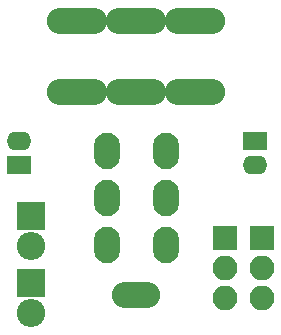
<source format=gts>
G04 #@! TF.FileFunction,Soldermask,Top*
%FSLAX46Y46*%
G04 Gerber Fmt 4.6, Leading zero omitted, Abs format (unit mm)*
G04 Created by KiCad (PCBNEW 4.0.7) date 04/30/18 06:53:42*
%MOMM*%
%LPD*%
G01*
G04 APERTURE LIST*
%ADD10C,0.100000*%
%ADD11O,5.100000X2.200000*%
%ADD12O,2.200000X3.100000*%
%ADD13O,4.100000X2.200000*%
%ADD14R,2.100000X1.600000*%
%ADD15O,2.100000X1.600000*%
%ADD16R,2.100000X2.100000*%
%ADD17O,2.100000X2.100000*%
%ADD18O,2.398980X2.398980*%
%ADD19R,2.398980X2.398980*%
G04 APERTURE END LIST*
D10*
D11*
X122500000Y-71600000D03*
X117500000Y-71600000D03*
X112500000Y-71600000D03*
X122500000Y-77600000D03*
X117500000Y-77600000D03*
X112500000Y-77600000D03*
D12*
X115000000Y-82600000D03*
X115000000Y-86600000D03*
X115000000Y-90600000D03*
X120000000Y-82600000D03*
X120000000Y-86600000D03*
X120000000Y-90600000D03*
D13*
X117500000Y-94800000D03*
D14*
X107600000Y-83800000D03*
D15*
X107600000Y-81800000D03*
D16*
X128200000Y-90000000D03*
D17*
X128200000Y-92540000D03*
X128200000Y-95080000D03*
D14*
X127600000Y-81800000D03*
D15*
X127600000Y-83800000D03*
D16*
X125000000Y-90000000D03*
D17*
X125000000Y-92540000D03*
X125000000Y-95080000D03*
D18*
X108600000Y-90640000D03*
D19*
X108600000Y-88100000D03*
D18*
X108600000Y-96340000D03*
D19*
X108600000Y-93800000D03*
M02*

</source>
